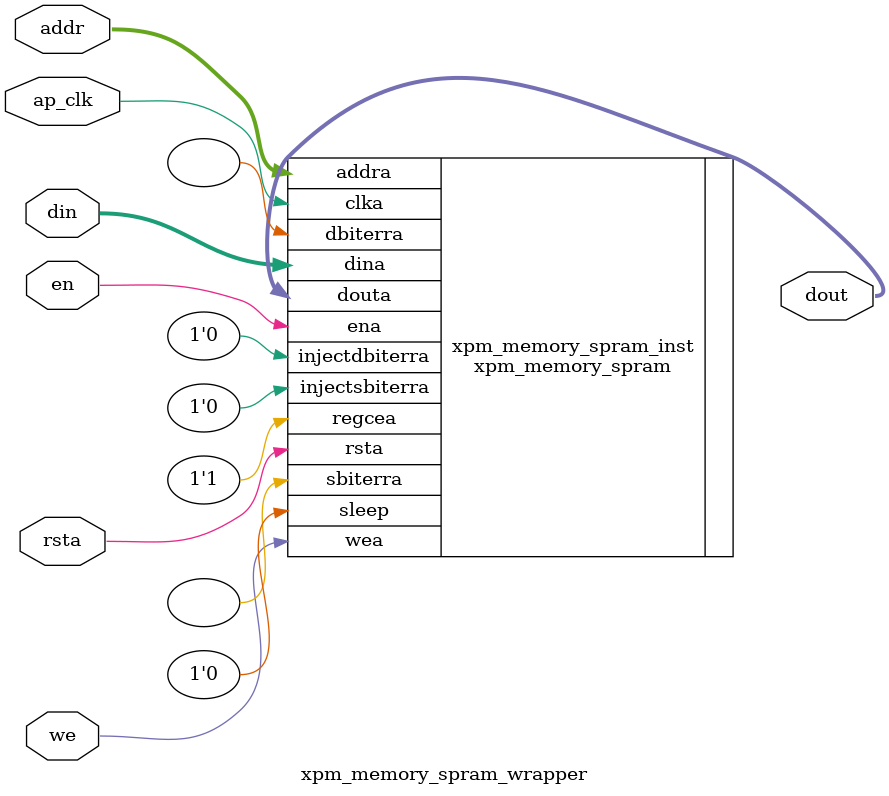
<source format=sv>

`include "global_package.vh"

module xpm_memory_spram_wrapper #(
  parameter HEXFILE          = "none" ,
  parameter DATA_W           = 8      ,
  parameter ADDR_W           = 14     ,
  parameter MEMORY_PRIMITIVE = "auto" ,
  parameter READ_LATENCY_A   = 1      ,
  parameter BYTE_WRITE_W     = DATA_W
) (
  input  logic                           ap_clk,
  input  logic                           rsta  ,
  input  logic                           en    ,
  input  logic [DATA_W/BYTE_WRITE_W-1:0] we    ,
  input  logic [           (ADDR_W-1):0] addr  ,
  output logic [           (DATA_W-1):0] dout  ,
  input  logic [           (DATA_W-1):0] din
);

  localparam MEMORY_SIZE       = DATA_W * (2**ADDR_W);
  localparam mem_init_file_int = HEXFILE             ;

  // xpm_memory_spram: Single Port RAM
  // Xilinx Parameterized Macro, Version 2017.4
  xpm_memory_spram #(
    // Common module parameters
    .MEMORY_SIZE        (MEMORY_SIZE      ), //positive integer
    .MEMORY_PRIMITIVE   (MEMORY_PRIMITIVE ), //string; "auto", "distributed", "block" or "ultra";
    .MEMORY_INIT_FILE   (mem_init_file_int), //string; "none" or "<filename>.mem"
    .MEMORY_INIT_PARAM  (""               ), //string;
    .USE_MEM_INIT       (1                ), //integer; 0,1
    .WAKEUP_TIME        ("disable_sleep"  ), //string; "disable_sleep" or "use_sleep_pin"
    .MESSAGE_CONTROL    (0                ), //integer; 0,1
    .MEMORY_OPTIMIZATION("true"           ), //string; "true", "false"
    // Port A module parameters
    .WRITE_DATA_WIDTH_A (DATA_W           ), //positive integer
    .READ_DATA_WIDTH_A  (DATA_W           ), //positive integer
    .BYTE_WRITE_WIDTH_A (BYTE_WRITE_W     ), //integer; 8, 9, or WRITE_DATA_WIDTH_A value
    .ADDR_WIDTH_A       (ADDR_W           ), //positive integer
    .READ_RESET_VALUE_A ("0"              ), //string
    .ECC_MODE           ("no_ecc"         ), //string; "no_ecc", "encode_only", "decode_only" or "both_encode_and_decode"
    .AUTO_SLEEP_TIME    (0                ), //Do not Change
    .READ_LATENCY_A     (READ_LATENCY_A   ), //non-negative integer
    .WRITE_MODE_A       ("write_first"    )  //string; "write_first", "read_first", "no_change"
  ) xpm_memory_spram_inst (
    // Common module ports
    .sleep         (1'b0  ),
    // Port A module ports
    .clka          (ap_clk),
    .rsta          (rsta  ),
    .ena           (en    ),
    .regcea        (1'b1  ),
    .wea           (we    ),
    .addra         (addr  ),
    .dina          (din   ),
    .injectsbiterra(1'b0  ),
    .injectdbiterra(1'b0  ),
    .douta         (dout  ),
    .sbiterra      (      ),
    .dbiterra      (      )
  );

endmodule : xpm_memory_spram_wrapper


</source>
